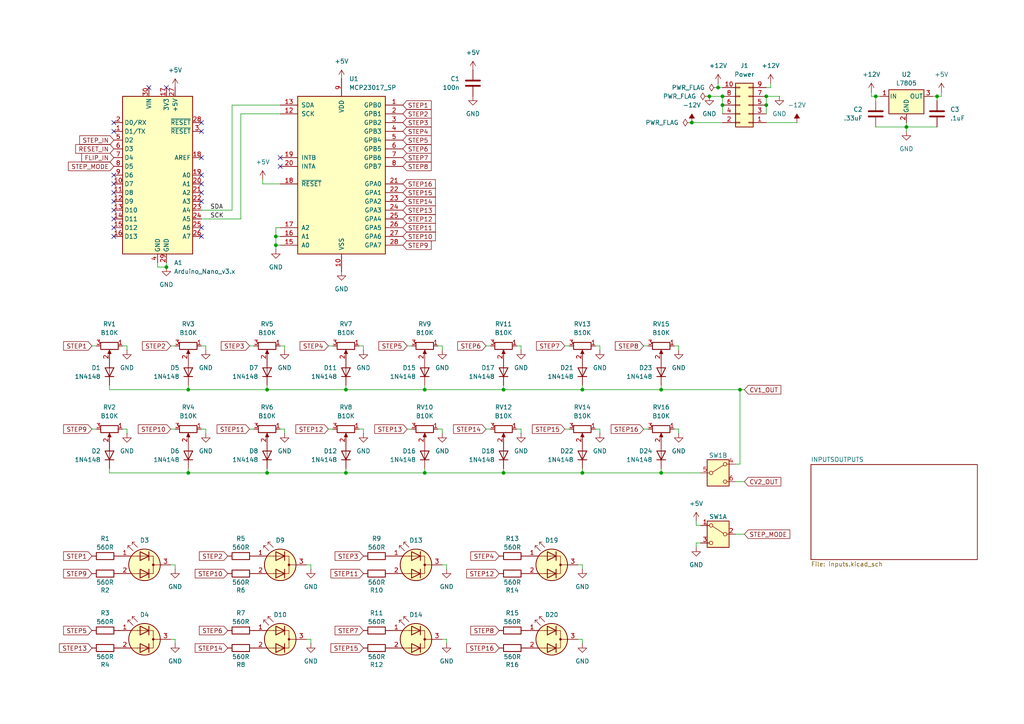
<source format=kicad_sch>
(kicad_sch (version 20231120) (generator "eeschema") (generator_version "8.0")
  (paper "A4")
  (junction (at 54.61 113.03))
  (junction (at 54.61 137.16))
  (junction (at 80.01 71.12))
  (junction (at 48.26 77.47))
  (junction (at 271.78 27.94))
  (junction (at 209.55 30.48))
  (junction (at 222.25 27.94))
  (junction (at 209.55 27.94))
  (junction (at 123.19 137.16))
  (junction (at 191.77 137.16))
  (junction (at 168.91 137.16))
  (junction (at 123.19 113.03))
  (junction (at 146.05 113.03))
  (junction (at 146.05 137.16))
  (junction (at 191.77 113.03))
  (junction (at 208.28 25.4))
  (junction (at 222.25 30.48))
  (junction (at 168.91 113.03))
  (junction (at 205.74 27.94))
  (junction (at 214.63 113.03))
  (junction (at 100.33 113.03))
  (junction (at 77.47 113.03))
  (junction (at 262.89 36.83))
  (junction (at 77.47 137.16))
  (junction (at 254 27.94))
  (junction (at 100.33 137.16))
  (junction (at 80.01 68.58))
  (junction (at 200.66 35.56))
  (no_connect (at 58.42 35.56))
  (no_connect (at 48.26 25.4))
  (no_connect (at 33.02 50.8))
  (no_connect (at 81.28 48.26))
  (no_connect (at 58.42 53.34))
  (no_connect (at 33.02 60.96))
  (no_connect (at 43.18 25.4))
  (no_connect (at 58.42 50.8))
  (no_connect (at 33.02 68.58))
  (no_connect (at 58.42 45.72))
  (no_connect (at 58.42 68.58))
  (no_connect (at 33.02 35.56))
  (no_connect (at 58.42 38.1))
  (no_connect (at 33.02 38.1))
  (no_connect (at 58.42 66.04))
  (no_connect (at 58.42 55.88))
  (no_connect (at 58.42 58.42))
  (no_connect (at 33.02 63.5))
  (no_connect (at 33.02 55.88))
  (no_connect (at 33.02 53.34))
  (no_connect (at 33.02 58.42))
  (no_connect (at 33.02 66.04))
  (no_connect (at 81.28 45.72))
  (wire (pts (xy 127 100.33) (xy 128.27 100.33)))
  (wire (pts (xy 163.83 124.46) (xy 165.1 124.46)))
  (wire (pts (xy 168.91 135.89) (xy 168.91 137.16)))
  (wire (pts (xy 128.27 185.42) (xy 129.54 185.42)))
  (wire (pts (xy 81.28 66.04) (xy 80.01 66.04)))
  (wire (pts (xy 123.19 135.89) (xy 123.19 137.16)))
  (wire (pts (xy 273.05 27.94) (xy 273.05 26.67)))
  (wire (pts (xy 123.19 137.16) (xy 146.05 137.16)))
  (wire (pts (xy 80.01 68.58) (xy 80.01 71.12)))
  (wire (pts (xy 123.19 113.03) (xy 146.05 113.03)))
  (wire (pts (xy 67.31 60.96) (xy 67.31 30.48)))
  (wire (pts (xy 168.91 185.42) (xy 168.91 186.69)))
  (wire (pts (xy 31.75 135.89) (xy 31.75 137.16)))
  (wire (pts (xy 140.97 124.46) (xy 142.24 124.46)))
  (wire (pts (xy 222.25 27.94) (xy 222.25 30.48)))
  (wire (pts (xy 69.85 63.5) (xy 69.85 33.02)))
  (wire (pts (xy 172.72 100.33) (xy 173.99 100.33)))
  (wire (pts (xy 213.36 154.94) (xy 215.9 154.94)))
  (wire (pts (xy 167.64 185.42) (xy 168.91 185.42)))
  (wire (pts (xy 146.05 135.89) (xy 146.05 137.16)))
  (wire (pts (xy 213.36 134.62) (xy 214.63 134.62)))
  (wire (pts (xy 104.14 100.33) (xy 105.41 100.33)))
  (wire (pts (xy 31.75 113.03) (xy 54.61 113.03)))
  (wire (pts (xy 168.91 137.16) (xy 191.77 137.16)))
  (wire (pts (xy 173.99 100.33) (xy 173.99 101.6)))
  (wire (pts (xy 105.41 100.33) (xy 105.41 101.6)))
  (wire (pts (xy 203.2 152.4) (xy 201.93 152.4)))
  (wire (pts (xy 173.99 124.46) (xy 173.99 125.73)))
  (wire (pts (xy 191.77 135.89) (xy 191.77 137.16)))
  (wire (pts (xy 191.77 111.76) (xy 191.77 113.03)))
  (wire (pts (xy 80.01 66.04) (xy 80.01 68.58)))
  (wire (pts (xy 81.28 71.12) (xy 80.01 71.12)))
  (wire (pts (xy 49.53 124.46) (xy 50.8 124.46)))
  (wire (pts (xy 45.72 77.47) (xy 45.72 76.2)))
  (wire (pts (xy 77.47 137.16) (xy 100.33 137.16)))
  (wire (pts (xy 58.42 124.46) (xy 59.69 124.46)))
  (wire (pts (xy 129.54 163.83) (xy 129.54 165.1)))
  (wire (pts (xy 195.58 100.33) (xy 196.85 100.33)))
  (wire (pts (xy 31.75 111.76) (xy 31.75 113.03)))
  (wire (pts (xy 104.14 124.46) (xy 105.41 124.46)))
  (wire (pts (xy 54.61 111.76) (xy 54.61 113.03)))
  (wire (pts (xy 163.83 100.33) (xy 165.1 100.33)))
  (wire (pts (xy 127 124.46) (xy 128.27 124.46)))
  (wire (pts (xy 88.9 163.83) (xy 90.17 163.83)))
  (wire (pts (xy 123.19 111.76) (xy 123.19 113.03)))
  (wire (pts (xy 49.53 163.83) (xy 50.8 163.83)))
  (wire (pts (xy 146.05 137.16) (xy 168.91 137.16)))
  (wire (pts (xy 254 27.94) (xy 252.73 27.94)))
  (wire (pts (xy 195.58 124.46) (xy 196.85 124.46)))
  (wire (pts (xy 168.91 163.83) (xy 168.91 165.1)))
  (wire (pts (xy 105.41 124.46) (xy 105.41 125.73)))
  (wire (pts (xy 81.28 124.46) (xy 82.55 124.46)))
  (wire (pts (xy 262.89 36.83) (xy 262.89 35.56)))
  (wire (pts (xy 128.27 124.46) (xy 128.27 125.73)))
  (wire (pts (xy 146.05 111.76) (xy 146.05 113.03)))
  (wire (pts (xy 26.67 124.46) (xy 27.94 124.46)))
  (wire (pts (xy 208.28 25.4) (xy 208.28 24.13)))
  (wire (pts (xy 76.2 53.34) (xy 76.2 52.07)))
  (wire (pts (xy 128.27 100.33) (xy 128.27 101.6)))
  (wire (pts (xy 118.11 100.33) (xy 119.38 100.33)))
  (wire (pts (xy 72.39 100.33) (xy 73.66 100.33)))
  (wire (pts (xy 129.54 185.42) (xy 129.54 186.69)))
  (wire (pts (xy 223.52 25.4) (xy 223.52 24.13)))
  (wire (pts (xy 49.53 100.33) (xy 50.8 100.33)))
  (wire (pts (xy 81.28 100.33) (xy 82.55 100.33)))
  (wire (pts (xy 149.86 124.46) (xy 151.13 124.46)))
  (wire (pts (xy 191.77 113.03) (xy 214.63 113.03)))
  (wire (pts (xy 262.89 36.83) (xy 262.89 38.1)))
  (wire (pts (xy 54.61 137.16) (xy 77.47 137.16)))
  (wire (pts (xy 36.83 100.33) (xy 36.83 101.6)))
  (wire (pts (xy 214.63 134.62) (xy 214.63 113.03)))
  (wire (pts (xy 26.67 100.33) (xy 27.94 100.33)))
  (wire (pts (xy 50.8 163.83) (xy 50.8 165.1)))
  (wire (pts (xy 100.33 111.76) (xy 100.33 113.03)))
  (wire (pts (xy 35.56 100.33) (xy 36.83 100.33)))
  (wire (pts (xy 31.75 137.16) (xy 54.61 137.16)))
  (wire (pts (xy 172.72 124.46) (xy 173.99 124.46)))
  (wire (pts (xy 118.11 124.46) (xy 119.38 124.46)))
  (wire (pts (xy 213.36 139.7) (xy 215.9 139.7)))
  (wire (pts (xy 100.33 113.03) (xy 123.19 113.03)))
  (wire (pts (xy 146.05 113.03) (xy 168.91 113.03)))
  (wire (pts (xy 58.42 100.33) (xy 59.69 100.33)))
  (wire (pts (xy 54.61 135.89) (xy 54.61 137.16)))
  (wire (pts (xy 186.69 100.33) (xy 187.96 100.33)))
  (wire (pts (xy 88.9 185.42) (xy 90.17 185.42)))
  (wire (pts (xy 186.69 124.46) (xy 187.96 124.46)))
  (wire (pts (xy 255.27 27.94) (xy 254 27.94)))
  (wire (pts (xy 140.97 100.33) (xy 142.24 100.33)))
  (wire (pts (xy 59.69 100.33) (xy 59.69 101.6)))
  (wire (pts (xy 271.78 27.94) (xy 273.05 27.94)))
  (wire (pts (xy 69.85 33.02) (xy 81.28 33.02)))
  (wire (pts (xy 58.42 60.96) (xy 67.31 60.96)))
  (wire (pts (xy 48.26 77.47) (xy 45.72 77.47)))
  (wire (pts (xy 209.55 27.94) (xy 209.55 30.48)))
  (wire (pts (xy 81.28 68.58) (xy 80.01 68.58)))
  (wire (pts (xy 191.77 137.16) (xy 203.2 137.16)))
  (wire (pts (xy 59.69 124.46) (xy 59.69 125.73)))
  (wire (pts (xy 209.55 35.56) (xy 200.66 35.56)))
  (wire (pts (xy 209.55 27.94) (xy 205.74 27.94)))
  (wire (pts (xy 95.25 100.33) (xy 96.52 100.33)))
  (wire (pts (xy 50.8 185.42) (xy 50.8 186.69)))
  (wire (pts (xy 222.25 25.4) (xy 223.52 25.4)))
  (wire (pts (xy 151.13 100.33) (xy 151.13 101.6)))
  (wire (pts (xy 254 36.83) (xy 262.89 36.83)))
  (wire (pts (xy 203.2 157.48) (xy 201.93 157.48)))
  (wire (pts (xy 81.28 53.34) (xy 76.2 53.34)))
  (wire (pts (xy 77.47 135.89) (xy 77.47 137.16)))
  (wire (pts (xy 82.55 124.46) (xy 82.55 125.73)))
  (wire (pts (xy 214.63 113.03) (xy 215.9 113.03)))
  (wire (pts (xy 100.33 137.16) (xy 123.19 137.16)))
  (wire (pts (xy 128.27 163.83) (xy 129.54 163.83)))
  (wire (pts (xy 271.78 27.94) (xy 271.78 29.21)))
  (wire (pts (xy 209.55 25.4) (xy 208.28 25.4)))
  (wire (pts (xy 95.25 124.46) (xy 96.52 124.46)))
  (wire (pts (xy 168.91 113.03) (xy 191.77 113.03)))
  (wire (pts (xy 167.64 163.83) (xy 168.91 163.83)))
  (wire (pts (xy 54.61 113.03) (xy 77.47 113.03)))
  (wire (pts (xy 100.33 135.89) (xy 100.33 137.16)))
  (wire (pts (xy 80.01 71.12) (xy 80.01 72.39)))
  (wire (pts (xy 252.73 27.94) (xy 252.73 26.67)))
  (wire (pts (xy 49.53 185.42) (xy 50.8 185.42)))
  (wire (pts (xy 67.31 30.48) (xy 81.28 30.48)))
  (wire (pts (xy 90.17 185.42) (xy 90.17 186.69)))
  (wire (pts (xy 58.42 63.5) (xy 69.85 63.5)))
  (wire (pts (xy 196.85 124.46) (xy 196.85 125.73)))
  (wire (pts (xy 209.55 30.48) (xy 209.55 33.02)))
  (wire (pts (xy 72.39 124.46) (xy 73.66 124.46)))
  (wire (pts (xy 201.93 157.48) (xy 201.93 158.75)))
  (wire (pts (xy 151.13 124.46) (xy 151.13 125.73)))
  (wire (pts (xy 77.47 113.03) (xy 100.33 113.03)))
  (wire (pts (xy 222.25 35.56) (xy 231.14 35.56)))
  (wire (pts (xy 196.85 100.33) (xy 196.85 101.6)))
  (wire (pts (xy 222.25 30.48) (xy 222.25 33.02)))
  (wire (pts (xy 222.25 27.94) (xy 226.06 27.94)))
  (wire (pts (xy 201.93 152.4) (xy 201.93 151.13)))
  (wire (pts (xy 149.86 100.33) (xy 151.13 100.33)))
  (wire (pts (xy 82.55 100.33) (xy 82.55 101.6)))
  (wire (pts (xy 35.56 124.46) (xy 36.83 124.46)))
  (wire (pts (xy 270.51 27.94) (xy 271.78 27.94)))
  (wire (pts (xy 48.26 76.2) (xy 48.26 77.47)))
  (wire (pts (xy 77.47 111.76) (xy 77.47 113.03)))
  (wire (pts (xy 168.91 111.76) (xy 168.91 113.03)))
  (wire (pts (xy 254 27.94) (xy 254 29.21)))
  (wire (pts (xy 90.17 163.83) (xy 90.17 165.1)))
  (wire (pts (xy 36.83 124.46) (xy 36.83 125.73)))
  (wire (pts (xy 271.78 36.83) (xy 262.89 36.83)))
  (label "SDA" (at 60.96 60.96 0))
  (label "SCK" (at 60.96 63.5 0))
  (global_label "STEP4" (shape input) (at 144.78 161.29 180) (property "Intersheetrefs" "${INTERSHEET_REFS}" (effects (hide yes))))
  (global_label "STEP7" (shape input) (at 105.41 182.88 180) (property "Intersheetrefs" "${INTERSHEET_REFS}" (effects (hide yes))))
  (global_label "STEP8" (shape input) (at 116.84 48.26 0) (property "Intersheetrefs" "${INTERSHEET_REFS}" (effects (hide yes))))
  (global_label "CV1_OUT" (shape input) (at 215.9 113.03 0) (property "Intersheetrefs" "${INTERSHEET_REFS}" (effects (hide yes))))
  (global_label "STEP13" (shape input) (at 118.11 124.46 180) (property "Intersheetrefs" "${INTERSHEET_REFS}" (effects (hide yes))))
  (global_label "STEP6" (shape input) (at 140.97 100.33 180) (property "Intersheetrefs" "${INTERSHEET_REFS}" (effects (hide yes))))
  (global_label "STEP4" (shape input) (at 116.84 38.1 0) (property "Intersheetrefs" "${INTERSHEET_REFS}" (effects (hide yes))))
  (global_label "STEP3" (shape input) (at 116.84 35.56 0) (property "Intersheetrefs" "${INTERSHEET_REFS}" (effects (hide yes))))
  (global_label "STEP6" (shape input) (at 66.04 182.88 180) (property "Intersheetrefs" "${INTERSHEET_REFS}" (effects (hide yes))))
  (global_label "STEP11" (shape input) (at 72.39 124.46 180) (property "Intersheetrefs" "${INTERSHEET_REFS}" (effects (hide yes))))
  (global_label "STEP9" (shape input) (at 26.67 124.46 180) (property "Intersheetrefs" "${INTERSHEET_REFS}" (effects (hide yes))))
  (global_label "STEP14" (shape input) (at 140.97 124.46 180) (property "Intersheetrefs" "${INTERSHEET_REFS}" (effects (hide yes))))
  (global_label "STEP4" (shape input) (at 95.25 100.33 180) (property "Intersheetrefs" "${INTERSHEET_REFS}" (effects (hide yes))))
  (global_label "STEP15" (shape input) (at 163.83 124.46 180) (property "Intersheetrefs" "${INTERSHEET_REFS}" (effects (hide yes))))
  (global_label "STEP3" (shape input) (at 105.41 161.29 180) (property "Intersheetrefs" "${INTERSHEET_REFS}" (effects (hide yes))))
  (global_label "STEP13" (shape input) (at 26.67 187.96 180) (property "Intersheetrefs" "${INTERSHEET_REFS}" (effects (hide yes))))
  (global_label "STEP5" (shape input) (at 116.84 40.64 0) (property "Intersheetrefs" "${INTERSHEET_REFS}" (effects (hide yes))))
  (global_label "STEP14" (shape input) (at 66.04 187.96 180) (property "Intersheetrefs" "${INTERSHEET_REFS}" (effects (hide yes))))
  (global_label "STEP8" (shape input) (at 186.69 100.33 180) (property "Intersheetrefs" "${INTERSHEET_REFS}" (effects (hide yes))))
  (global_label "STEP16" (shape input) (at 144.78 187.96 180) (property "Intersheetrefs" "${INTERSHEET_REFS}" (effects (hide yes))))
  (global_label "STEP13" (shape input) (at 116.84 60.96 0) (property "Intersheetrefs" "${INTERSHEET_REFS}" (effects (hide yes))))
  (global_label "STEP9" (shape input) (at 26.67 166.37 180) (property "Intersheetrefs" "${INTERSHEET_REFS}" (effects (hide yes))))
  (global_label "STEP9" (shape input) (at 116.84 71.12 0) (property "Intersheetrefs" "${INTERSHEET_REFS}" (effects (hide yes))))
  (global_label "STEP15" (shape input) (at 105.41 187.96 180) (property "Intersheetrefs" "${INTERSHEET_REFS}" (effects (hide yes))))
  (global_label "STEP10" (shape input) (at 116.84 68.58 0) (property "Intersheetrefs" "${INTERSHEET_REFS}" (effects (hide yes))))
  (global_label "STEP1" (shape input) (at 26.67 100.33 180) (property "Intersheetrefs" "${INTERSHEET_REFS}" (effects (hide yes))))
  (global_label "FLIP_IN" (shape input) (at 33.02 45.72 180) (property "Intersheetrefs" "${INTERSHEET_REFS}" (effects (hide yes))))
  (global_label "STEP3" (shape input) (at 72.39 100.33 180) (property "Intersheetrefs" "${INTERSHEET_REFS}" (effects (hide yes))))
  (global_label "STEP6" (shape input) (at 116.84 43.18 0) (property "Intersheetrefs" "${INTERSHEET_REFS}" (effects (hide yes))))
  (global_label "STEP5" (shape input) (at 26.67 182.88 180) (property "Intersheetrefs" "${INTERSHEET_REFS}" (effects (hide yes))))
  (global_label "STEP12" (shape input) (at 95.25 124.46 180) (property "Intersheetrefs" "${INTERSHEET_REFS}" (effects (hide yes))))
  (global_label "STEP10" (shape input) (at 49.53 124.46 180) (property "Intersheetrefs" "${INTERSHEET_REFS}" (effects (hide yes))))
  (global_label "STEP_MODE" (shape input) (at 215.9 154.94 0) (property "Intersheetrefs" "${INTERSHEET_REFS}" (effects (hide yes))))
  (global_label "STEP2" (shape input) (at 66.04 161.29 180) (property "Intersheetrefs" "${INTERSHEET_REFS}" (effects (hide yes))))
  (global_label "STEP11" (shape input) (at 105.41 166.37 180) (property "Intersheetrefs" "${INTERSHEET_REFS}" (effects (hide yes))))
  (global_label "STEP16" (shape input) (at 186.69 124.46 180) (property "Intersheetrefs" "${INTERSHEET_REFS}" (effects (hide yes))))
  (global_label "STEP14" (shape input) (at 116.84 58.42 0) (property "Intersheetrefs" "${INTERSHEET_REFS}" (effects (hide yes))))
  (global_label "STEP7" (shape input) (at 116.84 45.72 0) (property "Intersheetrefs" "${INTERSHEET_REFS}" (effects (hide yes))))
  (global_label "STEP5" (shape input) (at 118.11 100.33 180) (property "Intersheetrefs" "${INTERSHEET_REFS}" (effects (hide yes))))
  (global_label "RESET_IN" (shape input) (at 33.02 43.18 180) (property "Intersheetrefs" "${INTERSHEET_REFS}" (effects (hide yes))))
  (global_label "STEP7" (shape input) (at 163.83 100.33 180) (property "Intersheetrefs" "${INTERSHEET_REFS}" (effects (hide yes))))
  (global_label "STEP_MODE" (shape input) (at 33.02 48.26 180) (property "Intersheetrefs" "${INTERSHEET_REFS}" (effects (hide yes))))
  (global_label "STEP2" (shape input) (at 49.53 100.33 180) (property "Intersheetrefs" "${INTERSHEET_REFS}" (effects (hide yes))))
  (global_label "STEP11" (shape input) (at 116.84 66.04 0) (property "Intersheetrefs" "${INTERSHEET_REFS}" (effects (hide yes))))
  (global_label "STEP12" (shape input) (at 144.78 166.37 180) (property "Intersheetrefs" "${INTERSHEET_REFS}" (effects (hide yes))))
  (global_label "CV2_OUT" (shape input) (at 215.9 139.7 0) (property "Intersheetrefs" "${INTERSHEET_REFS}" (effects (hide yes))))
  (global_label "STEP10" (shape input) (at 66.04 166.37 180) (property "Intersheetrefs" "${INTERSHEET_REFS}" (effects (hide yes))))
  (global_label "STEP_IN" (shape input) (at 33.02 40.64 180) (property "Intersheetrefs" "${INTERSHEET_REFS}" (effects (hide yes))))
  (global_label "STEP16" (shape input) (at 116.84 53.34 0) (property "Intersheetrefs" "${INTERSHEET_REFS}" (effects (hide yes))))
  (global_label "STEP8" (shape input) (at 144.78 182.88 180) (property "Intersheetrefs" "${INTERSHEET_REFS}" (effects (hide yes))))
  (global_label "STEP1" (shape input) (at 26.67 161.29 180) (property "Intersheetrefs" "${INTERSHEET_REFS}" (effects (hide yes))))
  (global_label "STEP15" (shape input) (at 116.84 55.88 0) (property "Intersheetrefs" "${INTERSHEET_REFS}" (effects (hide yes))))
  (global_label "STEP12" (shape input) (at 116.84 63.5 0) (property "Intersheetrefs" "${INTERSHEET_REFS}" (effects (hide yes))))
  (global_label "STEP2" (shape input) (at 116.84 33.02 0) (property "Intersheetrefs" "${INTERSHEET_REFS}" (effects (hide yes))))
  (global_label "STEP1" (shape input) (at 116.84 30.48 0) (property "Intersheetrefs" "${INTERSHEET_REFS}" (effects (hide yes))))
  (symbol (lib_id "power:GND") (at 90.17 165.1 0) (unit 1)
    (property "Reference" "#PWR013" (effects (hide yes)))
    (property "Value" "GND" (at 90.17 170.18 0))
    (property "Description" "Power symbol creates a global label with name \"GND\" , ground" (effects (hide yes)))
  )
  (symbol (lib_id "Device:R") (at 30.48 182.88 90) (unit 1)
    (property "Reference" "R3" (at 30.48 177.8 90))
    (property "Value" "560R" (at 30.48 180.34 90))
    (property "Footprint" "Resistor_THT:R_Axial_DIN0207_L6.3mm_D2.5mm_P2.54mm_Vertical" (effects (hide yes)))
    (property "Description" "Resistor" (effects (hide yes)))
  )
  (symbol (lib_id "power:PWR_FLAG") (at 200.66 35.56 90) (unit 1)
    (property "Reference" "#FLG01" (effects (hide yes)))
    (property "Value" "PWR_FLAG" (at 196.85 35.5599 90) (effects (justify left)))
    (property "Description" "Special symbol for telling ERC where power comes from" (effects (hide yes)))
  )
  (symbol (lib_id "Device:R") (at 69.85 187.96 90) (unit 1)
    (property "Reference" "R8" (at 69.85 192.786 90))
    (property "Value" "560R" (at 69.85 190.5 90))
    (property "Footprint" "Resistor_THT:R_Axial_DIN0207_L6.3mm_D2.5mm_P2.54mm_Vertical" (effects (hide yes)))
    (property "Description" "Resistor" (effects (hide yes)))
  )
  (symbol (lib_id "Device:R") (at 30.48 161.29 90) (unit 1)
    (property "Reference" "R1" (at 30.48 156.21 90))
    (property "Value" "560R" (at 30.48 158.75 90))
    (property "Footprint" "Resistor_THT:R_Axial_DIN0207_L6.3mm_D2.5mm_P2.54mm_Vertical" (effects (hide yes)))
    (property "Description" "Resistor" (effects (hide yes)))
  )
  (symbol (lib_id "power:GND") (at 50.8 165.1 0) (unit 1)
    (property "Reference" "#PWR05" (effects (hide yes)))
    (property "Value" "GND" (at 50.8 170.18 0))
    (property "Description" "Power symbol creates a global label with name \"GND\" , ground" (effects (hide yes)))
  )
  (symbol (lib_id "power:+5V") (at 201.93 151.13 0) (unit 1)
    (property "Reference" "#PWR034" (effects (hide yes)))
    (property "Value" "+5V" (at 201.93 146.05 0))
    (property "Description" "Power symbol creates a global label with name \"+5V\"" (effects (hide yes)))
  )
  (symbol (lib_id "power:GND") (at 168.91 165.1 0) (unit 1)
    (property "Reference" "#PWR027" (effects (hide yes)))
    (property "Value" "GND" (at 168.91 170.18 0))
    (property "Description" "Power symbol creates a global label with name \"GND\" , ground" (effects (hide yes)))
  )
  (symbol (lib_id "Diode:1N4148") (at 146.05 132.08 270) (mirror x) (unit 1)
    (property "Reference" "D18" (at 143.51 130.8099 90) (effects (justify right)))
    (property "Value" "1N4148" (at 143.51 133.3499 90) (effects (justify right)))
    (property "Footprint" "Diode_THT:D_DO-35_SOD27_P7.62mm_Horizontal" (effects (hide yes)))
    (property "Datasheet" "https://assets.nexperia.com/documents/data-sheet/1N4148_1N4448.pdf" (effects (hide yes)))
    (property "Description" "100V 0.15A standard switching diode, DO-35" (effects (hide yes)))
    (property "Sim.Device" "D" (effects (hide yes)))
    (property "Sim.Pins" "1=K 2=A" (effects (hide yes)))
  )
  (symbol (lib_id "Device:C") (at 271.78 33.02 0) (unit 1)
    (property "Reference" "C3" (at 275.59 31.7499 0) (effects (justify left)))
    (property "Value" ".1uF" (at 275.59 34.2899 0) (effects (justify left)))
    (property "Footprint" "Capacitor_THT:C_Disc_D4.7mm_W2.5mm_P5.00mm" (effects (hide yes)))
    (property "Description" "Unpolarized capacitor" (effects (hide yes)))
  )
  (symbol (lib_id "Diode:1N4148") (at 77.47 132.08 270) (mirror x) (unit 1)
    (property "Reference" "D8" (at 74.93 130.8099 90) (effects (justify right)))
    (property "Value" "1N4148" (at 74.93 133.3499 90) (effects (justify right)))
    (property "Footprint" "Diode_THT:D_DO-35_SOD27_P7.62mm_Horizontal" (effects (hide yes)))
    (property "Datasheet" "https://assets.nexperia.com/documents/data-sheet/1N4148_1N4448.pdf" (effects (hide yes)))
    (property "Description" "100V 0.15A standard switching diode, DO-35" (effects (hide yes)))
    (property "Sim.Device" "D" (effects (hide yes)))
    (property "Sim.Pins" "1=K 2=A" (effects (hide yes)))
  )
  (symbol (lib_id "power:GND") (at 205.74 27.94 0) (unit 1)
    (property "Reference" "#PWR036" (effects (hide yes)))
    (property "Value" "GND" (at 205.74 33.02 0))
    (property "Description" "Power symbol creates a global label with name \"GND\" , ground" (effects (hide yes)))
  )
  (symbol (lib_id "power:PWR_FLAG") (at 208.28 25.4 90) (unit 1)
    (property "Reference" "#FLG03" (effects (hide yes)))
    (property "Value" "PWR_FLAG" (at 204.47 25.3999 90) (effects (justify left)))
    (property "Description" "Special symbol for telling ERC where power comes from" (effects (hide yes)))
  )
  (symbol (lib_id "Diode:1N4148") (at 31.75 132.08 270) (mirror x) (unit 1)
    (property "Reference" "D2" (at 29.21 130.8099 90) (effects (justify right)))
    (property "Value" "1N4148" (at 29.21 133.3499 90) (effects (justify right)))
    (property "Footprint" "Diode_THT:D_DO-35_SOD27_P7.62mm_Horizontal" (effects (hide yes)))
    (property "Datasheet" "https://assets.nexperia.com/documents/data-sheet/1N4148_1N4448.pdf" (effects (hide yes)))
    (property "Description" "100V 0.15A standard switching diode, DO-35" (effects (hide yes)))
    (property "Sim.Device" "D" (effects (hide yes)))
    (property "Sim.Pins" "1=K 2=A" (effects (hide yes)))
  )
  (symbol (lib_id "Device:C") (at 254 33.02 0) (mirror y) (unit 1)
    (property "Reference" "C2" (at 250.19 31.7499 0) (effects (justify left)))
    (property "Value" ".33uF" (at 250.19 34.2899 0) (effects (justify left)))
    (property "Footprint" "Capacitor_THT:C_Disc_D4.7mm_W2.5mm_P5.00mm" (effects (hide yes)))
    (property "Description" "Unpolarized capacitor" (effects (hide yes)))
  )
  (symbol (lib_id "power:GND") (at 168.91 186.69 0) (unit 1)
    (property "Reference" "#PWR028" (effects (hide yes)))
    (property "Value" "GND" (at 168.91 191.77 0))
    (property "Description" "Power symbol creates a global label with name \"GND\" , ground" (effects (hide yes)))
  )
  (symbol (lib_id "Device:R_Potentiometer") (at 77.47 124.46 270) (unit 1)
    (property "Reference" "RV6" (at 77.47 118.11 90))
    (property "Value" "B10K" (at 77.47 120.65 90))
    (property "Footprint" "Potentiometer_THT:Potentiometer_Bourns_PTV09A-1_Single_Vertical" (effects (hide yes)))
    (property "Description" "Potentiometer" (effects (hide yes)))
  )
  (symbol (lib_id "Device:R_Potentiometer") (at 191.77 100.33 270) (unit 1)
    (property "Reference" "RV15" (at 191.77 93.98 90))
    (property "Value" "B10K" (at 191.77 96.52 90))
    (property "Footprint" "Potentiometer_THT:Potentiometer_Bourns_PTV09A-1_Single_Vertical" (effects (hide yes)))
    (property "Description" "Potentiometer" (effects (hide yes)))
  )
  (symbol (lib_id "power:PWR_FLAG") (at 205.74 27.94 90) (unit 1)
    (property "Reference" "#FLG02" (effects (hide yes)))
    (property "Value" "PWR_FLAG" (at 201.93 27.9399 90) (effects (justify left)))
    (property "Description" "Special symbol for telling ERC where power comes from" (effects (hide yes)))
  )
  (symbol (lib_id "Device:LED_Dual_AAK") (at 120.65 163.83 0) (mirror y) (unit 1)
    (property "Reference" "D13" (at 120.65 156.718 0))
    (property "Value" "LED_Dual_AAK" (effects (hide yes)))
    (property "Footprint" "LED_THT:LED_D5.0mm-3" (effects (hide yes)))
    (property "Description" "Dual LED, common cathode on pin 3" (effects (hide yes)))
  )
  (symbol (lib_id "Device:R_Potentiometer") (at 100.33 124.46 270) (unit 1)
    (property "Reference" "RV8" (at 100.33 118.11 90))
    (property "Value" "B10K" (at 100.33 120.65 90))
    (property "Footprint" "Potentiometer_THT:Potentiometer_Bourns_PTV09A-1_Single_Vertical" (effects (hide yes)))
    (property "Description" "Potentiometer" (effects (hide yes)))
  )
  (symbol (lib_id "Device:R_Potentiometer") (at 168.91 100.33 270) (unit 1)
    (property "Reference" "RV13" (at 168.91 93.98 90))
    (property "Value" "B10K" (at 168.91 96.52 90))
    (property "Footprint" "Potentiometer_THT:Potentiometer_Bourns_PTV09A-1_Single_Vertical" (effects (hide yes)))
    (property "Description" "Potentiometer" (effects (hide yes)))
  )
  (symbol (lib_id "power:-12V") (at 200.66 35.56 0) (unit 1)
    (property "Reference" "#PWR033" (effects (hide yes)))
    (property "Value" "-12V" (at 200.66 30.48 0))
    (property "Description" "Power symbol creates a global label with name \"-12V\"" (effects (hide yes)))
  )
  (symbol (lib_id "Regulator_Linear:L7805") (at 262.89 27.94 0) (unit 1)
    (property "Reference" "U2" (at 262.89 21.59 0))
    (property "Value" "L7805" (at 262.89 24.13 0))
    (property "Footprint" "Package_TO_SOT_THT:TO-220-3_Vertical" (effects (hide yes)))
    (property "Datasheet" "http://www.st.com/content/ccc/resource/technical/document/datasheet/41/4f/b3/b0/12/d4/47/88/CD00000444.pdf/files/CD00000444.pdf/jcr:content/translations/en.CD00000444.pdf" (effects (hide yes)))
    (property "Description" "Positive 1.5A 35V Linear Regulator, Fixed Output 5V, TO-220/TO-263/TO-252" (effects (hide yes)))
  )
  (symbol (lib_id "power:GND") (at 151.13 125.73 0) (unit 1)
    (property "Reference" "#PWR026" (effects (hide yes)))
    (property "Value" "GND" (at 151.13 130.81 0))
    (property "Description" "Power symbol creates a global label with name \"GND\" , ground" (effects (hide yes)))
  )
  (symbol (lib_id "Diode:1N4148") (at 146.05 107.95 270) (mirror x) (unit 1)
    (property "Reference" "D17" (at 143.51 106.6799 90) (effects (justify right)))
    (property "Value" "1N4148" (at 143.51 109.2199 90) (effects (justify right)))
    (property "Footprint" "Diode_THT:D_DO-35_SOD27_P7.62mm_Horizontal" (effects (hide yes)))
    (property "Datasheet" "https://assets.nexperia.com/documents/data-sheet/1N4148_1N4448.pdf" (effects (hide yes)))
    (property "Description" "100V 0.15A standard switching diode, DO-35" (effects (hide yes)))
    (property "Sim.Device" "D" (effects (hide yes)))
    (property "Sim.Pins" "1=K 2=A" (effects (hide yes)))
  )
  (symbol (lib_id "Diode:1N4148") (at 191.77 132.08 270) (mirror x) (unit 1)
    (property "Reference" "D24" (at 189.23 130.8099 90) (effects (justify right)))
    (property "Value" "1N4148" (at 189.23 133.3499 90) (effects (justify right)))
    (property "Footprint" "Diode_THT:D_DO-35_SOD27_P7.62mm_Horizontal" (effects (hide yes)))
    (property "Datasheet" "https://assets.nexperia.com/documents/data-sheet/1N4148_1N4448.pdf" (effects (hide yes)))
    (property "Description" "100V 0.15A standard switching diode, DO-35" (effects (hide yes)))
    (property "Sim.Device" "D" (effects (hide yes)))
    (property "Sim.Pins" "1=K 2=A" (effects (hide yes)))
  )
  (symbol (lib_id "Device:R") (at 109.22 161.29 90) (unit 1)
    (property "Reference" "R9" (at 109.22 156.21 90))
    (property "Value" "560R" (at 109.22 158.75 90))
    (property "Footprint" "Resistor_THT:R_Axial_DIN0207_L6.3mm_D2.5mm_P2.54mm_Vertical" (effects (hide yes)))
    (property "Description" "Resistor" (effects (hide yes)))
  )
  (symbol (lib_id "Device:R") (at 148.59 161.29 90) (unit 1)
    (property "Reference" "R13" (at 148.59 156.21 90))
    (property "Value" "560R" (at 148.59 158.75 90))
    (property "Footprint" "Resistor_THT:R_Axial_DIN0207_L6.3mm_D2.5mm_P2.54mm_Vertical" (effects (hide yes)))
    (property "Description" "Resistor" (effects (hide yes)))
  )
  (symbol (lib_id "Diode:1N4148") (at 77.47 107.95 270) (mirror x) (unit 1)
    (property "Reference" "D7" (at 74.93 106.6799 90) (effects (justify right)))
    (property "Value" "1N4148" (at 74.93 109.2199 90) (effects (justify right)))
    (property "Footprint" "Diode_THT:D_DO-35_SOD27_P7.62mm_Horizontal" (effects (hide yes)))
    (property "Datasheet" "https://assets.nexperia.com/documents/data-sheet/1N4148_1N4448.pdf" (effects (hide yes)))
    (property "Description" "100V 0.15A standard switching diode, DO-35" (effects (hide yes)))
    (property "Sim.Device" "D" (effects (hide yes)))
    (property "Sim.Pins" "1=K 2=A" (effects (hide yes)))
  )
  (symbol (lib_id "MCU_Module:Arduino_Nano_v3.x") (at 45.72 50.8 0) (unit 1)
    (property "Reference" "A1" (at 50.4541 76.2 0) (effects (justify left)))
    (property "Value" "Arduino_Nano_v3.x" (at 50.4541 78.74 0) (effects (justify left)))
    (property "Footprint" "Module:Arduino_Nano" (effects (hide yes)))
    (property "Datasheet" "http://www.mouser.com/pdfdocs/Gravitech_Arduino_Nano3_0.pdf" (effects (hide yes)))
    (property "Description" "Arduino Nano v3.x" (effects (hide yes)))
  )
  (symbol (lib_id "power:GND") (at 137.16 27.94 0) (unit 1)
    (property "Reference" "#PWR024" (effects (hide yes)))
    (property "Value" "GND" (at 137.16 33.02 0))
    (property "Description" "Power symbol creates a global label with name \"GND\" , ground" (effects (hide yes)))
  )
  (symbol (lib_id "power:GND") (at 48.26 77.47 0) (unit 1)
    (property "Reference" "#PWR03" (effects (hide yes)))
    (property "Value" "GND" (at 48.26 82.55 0))
    (property "Description" "Power symbol creates a global label with name \"GND\" , ground" (effects (hide yes)))
  )
  (symbol (lib_id "Device:R") (at 148.59 166.37 90) (unit 1)
    (property "Reference" "R14" (at 148.59 171.196 90))
    (property "Value" "560R" (at 148.59 168.91 90))
    (property "Footprint" "Resistor_THT:R_Axial_DIN0207_L6.3mm_D2.5mm_P2.54mm_Vertical" (effects (hide yes)))
    (property "Description" "Resistor" (effects (hide yes)))
  )
  (symbol (lib_id "power:GND") (at 262.89 38.1 0) (unit 1)
    (property "Reference" "#PWR042" (effects (hide yes)))
    (property "Value" "GND" (at 262.89 43.18 0))
    (property "Description" "Power symbol creates a global label with name \"GND\" , ground" (effects (hide yes)))
  )
  (symbol (lib_id "power:-12V") (at 231.14 35.56 0) (unit 1)
    (property "Reference" "#PWR040" (effects (hide yes)))
    (property "Value" "-12V" (at 231.14 30.48 0))
    (property "Description" "Power symbol creates a global label with name \"-12V\"" (effects (hide yes)))
  )
  (symbol (lib_id "power:GND") (at 82.55 125.73 0) (unit 1)
    (property "Reference" "#PWR012" (effects (hide yes)))
    (property "Value" "GND" (at 82.55 130.81 0))
    (property "Description" "Power symbol creates a global label with name \"GND\" , ground" (effects (hide yes)))
  )
  (symbol (lib_id "power:+5V") (at 76.2 52.07 0) (unit 1)
    (property "Reference" "#PWR09" (effects (hide yes)))
    (property "Value" "+5V" (at 76.2 46.99 0))
    (property "Description" "Power symbol creates a global label with name \"+5V\"" (effects (hide yes)))
  )
  (symbol (lib_id "Device:LED_Dual_AAK") (at 120.65 185.42 0) (mirror y) (unit 1)
    (property "Reference" "D14" (at 120.65 178.308 0))
    (property "Value" "LED_Dual_AAK" (effects (hide yes)))
    (property "Footprint" "LED_THT:LED_D5.0mm-3" (effects (hide yes)))
    (property "Description" "Dual LED, common cathode on pin 3" (effects (hide yes)))
  )
  (symbol (lib_id "power:GND") (at 36.83 101.6 0) (unit 1)
    (property "Reference" "#PWR01" (effects (hide yes)))
    (property "Value" "GND" (at 36.83 106.68 0))
    (property "Description" "Power symbol creates a global label with name \"GND\" , ground" (effects (hide yes)))
  )
  (symbol (lib_id "power:GND") (at 129.54 186.69 0) (unit 1)
    (property "Reference" "#PWR022" (effects (hide yes)))
    (property "Value" "GND" (at 129.54 191.77 0))
    (property "Description" "Power symbol creates a global label with name \"GND\" , ground" (effects (hide yes)))
  )
  (symbol (lib_id "Diode:1N4148") (at 123.19 132.08 270) (mirror x) (unit 1)
    (property "Reference" "D16" (at 120.65 130.8099 90) (effects (justify right)))
    (property "Value" "1N4148" (at 120.65 133.3499 90) (effects (justify right)))
    (property "Footprint" "Diode_THT:D_DO-35_SOD27_P7.62mm_Horizontal" (effects (hide yes)))
    (property "Datasheet" "https://assets.nexperia.com/documents/data-sheet/1N4148_1N4448.pdf" (effects (hide yes)))
    (property "Description" "100V 0.15A standard switching diode, DO-35" (effects (hide yes)))
    (property "Sim.Device" "D" (effects (hide yes)))
    (property "Sim.Pins" "1=K 2=A" (effects (hide yes)))
  )
  (symbol (lib_id "power:+12V") (at 208.28 24.13 0) (unit 1)
    (property "Reference" "#PWR037" (effects (hide yes)))
    (property "Value" "+12V" (at 208.28 19.05 0))
    (property "Description" "Power symbol creates a global label with name \"+12V\"" (effects (hide yes)))
  )
  (symbol (lib_id "Switch:SW_DPDT_x2") (at 208.28 137.16 0) (unit 2)
    (property "Reference" "SW1" (at 208.28 132.08 0))
    (property "Value" "SW_8/16" (effects (hide yes)))
    (property "Footprint" "Button_Switch_THT:SW_Push_2P2T_Toggle_CK_PVA2xxH2xxxxxxV2" (effects (hide yes)))
    (property "Description" "Switch, dual pole double throw, separate symbols" (effects (hide yes)))
  )
  (symbol (lib_id "Device:R_Potentiometer") (at 191.77 124.46 270) (unit 1)
    (property "Reference" "RV16" (at 191.77 118.11 90))
    (property "Value" "B10K" (at 191.77 120.65 90))
    (property "Footprint" "Potentiometer_THT:Potentiometer_Bourns_PTV09A-1_Single_Vertical" (effects (hide yes)))
    (property "Description" "Potentiometer" (effects (hide yes)))
  )
  (symbol (lib_id "Device:R") (at 69.85 161.29 90) (unit 1)
    (property "Reference" "R5" (at 69.85 156.21 90))
    (property "Value" "560R" (at 69.85 158.75 90))
    (property "Footprint" "Resistor_THT:R_Axial_DIN0207_L6.3mm_D2.5mm_P2.54mm_Vertical" (effects (hide yes)))
    (property "Description" "Resistor" (effects (hide yes)))
  )
  (symbol (lib_id "Device:R_Potentiometer") (at 77.47 100.33 270) (unit 1)
    (property "Reference" "RV5" (at 77.47 93.98 90))
    (property "Value" "B10K" (at 77.47 96.52 90))
    (property "Footprint" "Potentiometer_THT:Potentiometer_Bourns_PTV09A-1_Single_Vertical" (effects (hide yes)))
    (property "Description" "Potentiometer" (effects (hide yes)))
  )
  (symbol (lib_id "Diode:1N4148") (at 168.91 107.95 270) (mirror x) (unit 1)
    (property "Reference" "D21" (at 166.37 106.6799 90) (effects (justify right)))
    (property "Value" "1N4148" (at 166.37 109.2199 90) (effects (justify right)))
    (property "Footprint" "Diode_THT:D_DO-35_SOD27_P7.62mm_Horizontal" (effects (hide yes)))
    (property "Datasheet" "https://assets.nexperia.com/documents/data-sheet/1N4148_1N4448.pdf" (effects (hide yes)))
    (property "Description" "100V 0.15A standard switching diode, DO-35" (effects (hide yes)))
    (property "Sim.Device" "D" (effects (hide yes)))
    (property "Sim.Pins" "1=K 2=A" (effects (hide yes)))
  )
  (symbol (lib_id "Device:LED_Dual_AAK") (at 81.28 163.83 0) (mirror y) (unit 1)
    (property "Reference" "D9" (at 81.28 156.718 0))
    (property "Value" "LED_Dual_AAK" (effects (hide yes)))
    (property "Footprint" "LED_THT:LED_D5.0mm-3" (effects (hide yes)))
    (property "Description" "Dual LED, common cathode on pin 3" (effects (hide yes)))
  )
  (symbol (lib_id "power:GND") (at 90.17 186.69 0) (unit 1)
    (property "Reference" "#PWR014" (effects (hide yes)))
    (property "Value" "GND" (at 90.17 191.77 0))
    (property "Description" "Power symbol creates a global label with name \"GND\" , ground" (effects (hide yes)))
  )
  (symbol (lib_id "power:GND") (at 105.41 125.73 0) (unit 1)
    (property "Reference" "#PWR018" (effects (hide yes)))
    (property "Value" "GND" (at 105.41 130.81 0))
    (property "Description" "Power symbol creates a global label with name \"GND\" , ground" (effects (hide yes)))
  )
  (symbol (lib_id "Diode:1N4148") (at 100.33 132.08 270) (mirror x) (unit 1)
    (property "Reference" "D12" (at 97.79 130.8099 90) (effects (justify right)))
    (property "Value" "1N4148" (at 97.79 133.3499 90) (effects (justify right)))
    (property "Footprint" "Diode_THT:D_DO-35_SOD27_P7.62mm_Horizontal" (effects (hide yes)))
    (property "Datasheet" "https://assets.nexperia.com/documents/data-sheet/1N4148_1N4448.pdf" (effects (hide yes)))
    (property "Description" "100V 0.15A standard switching diode, DO-35" (effects (hide yes)))
    (property "Sim.Device" "D" (effects (hide yes)))
    (property "Sim.Pins" "1=K 2=A" (effects (hide yes)))
  )
  (symbol (lib_id "power:GND") (at 59.69 101.6 0) (unit 1)
    (property "Reference" "#PWR07" (effects (hide yes)))
    (property "Value" "GND" (at 59.69 106.68 0))
    (property "Description" "Power symbol creates a global label with name \"GND\" , ground" (effects (hide yes)))
  )
  (symbol (lib_id "power:GND") (at 99.06 78.74 0) (unit 1)
    (property "Reference" "#PWR016" (effects (hide yes)))
    (property "Value" "GND" (at 99.06 83.82 0))
    (property "Description" "Power symbol creates a global label with name \"GND\" , ground" (effects (hide yes)))
  )
  (symbol (lib_id "Device:R_Potentiometer") (at 146.05 100.33 270) (unit 1)
    (property "Reference" "RV11" (at 146.05 93.98 90))
    (property "Value" "B10K" (at 146.05 96.52 90))
    (property "Footprint" "Potentiometer_THT:Potentiometer_Bourns_PTV09A-1_Single_Vertical" (effects (hide yes)))
    (property "Description" "Potentiometer" (effects (hide yes)))
  )
  (symbol (lib_id "Device:R_Potentiometer") (at 123.19 124.46 270) (unit 1)
    (property "Reference" "RV10" (at 123.19 118.11 90))
    (property "Value" "B10K" (at 123.19 120.65 90))
    (property "Footprint" "Potentiometer_THT:Potentiometer_Bourns_PTV09A-1_Single_Vertical" (effects (hide yes)))
    (property "Description" "Potentiometer" (effects (hide yes)))
  )
  (symbol (lib_id "Switch:SW_DPDT_x2") (at 208.28 154.94 0) (mirror y) (unit 1)
    (property "Reference" "SW1" (at 208.28 149.86 0))
    (property "Value" "SW_8/16" (effects (hide yes)))
    (property "Footprint" "Button_Switch_THT:SW_Push_2P2T_Toggle_CK_PVA2xxH2xxxxxxV2" (effects (hide yes)))
    (property "Description" "Switch, dual pole double throw, separate symbols" (effects (hide yes)))
  )
  (symbol (lib_id "power:GND") (at 36.83 125.73 0) (unit 1)
    (property "Reference" "#PWR02" (effects (hide yes)))
    (property "Value" "GND" (at 36.83 130.81 0))
    (property "Description" "Power symbol creates a global label with name \"GND\" , ground" (effects (hide yes)))
  )
  (symbol (lib_id "Device:LED_Dual_AAK") (at 81.28 185.42 0) (mirror y) (unit 1)
    (property "Reference" "D10" (at 81.28 178.308 0))
    (property "Value" "LED_Dual_AAK" (effects (hide yes)))
    (property "Footprint" "LED_THT:LED_D5.0mm-3" (effects (hide yes)))
    (property "Description" "Dual LED, common cathode on pin 3" (effects (hide yes)))
  )
  (symbol (lib_id "Device:LED_Dual_AAK") (at 41.91 163.83 0) (mirror y) (unit 1)
    (property "Reference" "D3" (at 41.91 156.718 0))
    (property "Value" "LED_Dual_AAK" (effects (hide yes)))
    (property "Footprint" "LED_THT:LED_D5.0mm-3" (effects (hide yes)))
    (property "Description" "Dual LED, common cathode on pin 3" (effects (hide yes)))
  )
  (symbol (lib_id "power:+5V") (at 137.16 20.32 0) (unit 1)
    (property "Reference" "#PWR023" (effects (hide yes)))
    (property "Value" "+5V" (at 137.16 15.24 0))
    (property "Description" "Power symbol creates a global label with name \"+5V\"" (effects (hide yes)))
  )
  (symbol (lib_id "Diode:1N4148") (at 54.61 107.95 270) (mirror x) (unit 1)
    (property "Reference" "D5" (at 52.07 106.6799 90) (effects (justify right)))
    (property "Value" "1N4148" (at 52.07 109.2199 90) (effects (justify right)))
    (property "Footprint" "Diode_THT:D_DO-35_SOD27_P7.62mm_Horizontal" (effects (hide yes)))
    (property "Datasheet" "https://assets.nexperia.com/documents/data-sheet/1N4148_1N4448.pdf" (effects (hide yes)))
    (property "Description" "100V 0.15A standard switching diode, DO-35" (effects (hide yes)))
    (property "Sim.Device" "D" (effects (hide yes)))
    (property "Sim.Pins" "1=K 2=A" (effects (hide yes)))
  )
  (symbol (lib_id "Device:R") (at 148.59 182.88 90) (unit 1)
    (property "Reference" "R15" (at 148.59 177.8 90))
    (property "Value" "560R" (at 148.59 180.34 90))
    (property "Footprint" "Resistor_THT:R_Axial_DIN0207_L6.3mm_D2.5mm_P2.54mm_Vertical" (effects (hide yes)))
    (property "Description" "Resistor" (effects (hide yes)))
  )
  (symbol (lib_id "power:GND") (at 82.55 101.6 0) (unit 1)
    (property "Reference" "#PWR011" (effects (hide yes)))
    (property "Value" "GND" (at 82.55 106.68 0))
    (property "Description" "Power symbol creates a global label with name \"GND\" , ground" (effects (hide yes)))
  )
  (symbol (lib_id "Device:LED_Dual_AAK") (at 41.91 185.42 0) (mirror y) (unit 1)
    (property "Reference" "D4" (at 41.91 178.308 0))
    (property "Value" "LED_Dual_AAK" (effects (hide yes)))
    (property "Footprint" "LED_THT:LED_D5.0mm-3" (effects (hide yes)))
    (property "Description" "Dual LED, common cathode on pin 3" (effects (hide yes)))
  )
  (symbol (lib_id "power:GND") (at 128.27 101.6 0) (unit 1)
    (property "Reference" "#PWR019" (effects (hide yes)))
    (property "Value" "GND" (at 128.27 106.68 0))
    (property "Description" "Power symbol creates a global label with name \"GND\" , ground" (effects (hide yes)))
  )
  (symbol (lib_id "Interface_Expansion:MCP23017_SP") (at 99.06 50.8 0) (unit 1)
    (property "Reference" "U1" (at 101.2541 22.86 0) (effects (justify left)))
    (property "Value" "MCP23017_SP" (at 101.2541 25.4 0) (effects (justify left)))
    (property "Footprint" "Package_DIP:DIP-28_W7.62mm_Socket" (effects (hide yes)))
    (property "Datasheet" "http://ww1.microchip.com/downloads/en/DeviceDoc/20001952C.pdf" (effects (hide yes)))
    (property "Description" "16-bit I/O expander, I2C, interrupts, w pull-ups, SPDIP-28" (effects (hide yes)))
  )
  (symbol (lib_id "power:GND") (at 196.85 125.73 0) (unit 1)
    (property "Reference" "#PWR032" (effects (hide yes)))
    (property "Value" "GND" (at 196.85 130.81 0))
    (property "Description" "Power symbol creates a global label with name \"GND\" , ground" (effects (hide yes)))
  )
  (symbol (lib_id "power:GND") (at 151.13 101.6 0) (unit 1)
    (property "Reference" "#PWR025" (effects (hide yes)))
    (property "Value" "GND" (at 151.13 106.68 0))
    (property "Description" "Power symbol creates a global label with name \"GND\" , ground" (effects (hide yes)))
  )
  (symbol (lib_id "power:+12V") (at 223.52 24.13 0) (unit 1)
    (property "Reference" "#PWR038" (effects (hide yes)))
    (property "Value" "+12V" (at 223.52 19.05 0))
    (property "Description" "Power symbol creates a global label with name \"+12V\"" (effects (hide yes)))
  )
  (symbol (lib_id "power:GND") (at 173.99 125.73 0) (unit 1)
    (property "Reference" "#PWR030" (effects (hide yes)))
    (property "Value" "GND" (at 173.99 130.81 0))
    (property "Description" "Power symbol creates a global label with name \"GND\" , ground" (effects (hide yes)))
  )
  (symbol (lib_id "Device:R") (at 109.22 182.88 90) (unit 1)
    (property "Reference" "R11" (at 109.22 177.8 90))
    (property "Value" "560R" (at 109.22 180.34 90))
    (property "Footprint" "Resistor_THT:R_Axial_DIN0207_L6.3mm_D2.5mm_P2.54mm_Vertical" (effects (hide yes)))
    (property "Description" "Resistor" (effects (hide yes)))
  )
  (symbol (lib_id "power:GND") (at 201.93 158.75 0) (unit 1)
    (property "Reference" "#PWR035" (effects (hide yes)))
    (property "Value" "GND" (at 201.93 163.83 0))
    (property "Description" "Power symbol creates a global label with name \"GND\" , ground" (effects (hide yes)))
  )
  (symbol (lib_id "Diode:1N4148") (at 191.77 107.95 270) (mirror x) (unit 1)
    (property "Reference" "D23" (at 189.23 106.6799 90) (effects (justify right)))
    (property "Value" "1N4148" (at 189.23 109.2199 90) (effects (justify right)))
    (property "Footprint" "Diode_THT:D_DO-35_SOD27_P7.62mm_Horizontal" (effects (hide yes)))
    (property "Datasheet" "https://assets.nexperia.com/documents/data-sheet/1N4148_1N4448.pdf" (effects (hide yes)))
    (property "Description" "100V 0.15A standard switching diode, DO-35" (effects (hide yes)))
    (property "Sim.Device" "D" (effects (hide yes)))
    (property "Sim.Pins" "1=K 2=A" (effects (hide yes)))
  )
  (symbol (lib_id "Device:R_Potentiometer") (at 100.33 100.33 270) (unit 1)
    (property "Reference" "RV7" (at 100.33 93.98 90))
    (property "Value" "B10K" (at 100.33 96.52 90))
    (property "Footprint" "Potentiometer_THT:Potentiometer_Bourns_PTV09A-1_Single_Vertical" (effects (hide yes)))
    (property "Description" "Potentiometer" (effects (hide yes)))
  )
  (symbol (lib_id "power:GND") (at 129.54 165.1 0) (unit 1)
    (property "Reference" "#PWR021" (effects (hide yes)))
    (property "Value" "GND" (at 129.54 170.18 0))
    (property "Description" "Power symbol creates a global label with name \"GND\" , ground" (effects (hide yes)))
  )
  (symbol (lib_id "Device:R") (at 109.22 166.37 90) (unit 1)
    (property "Reference" "R10" (at 109.22 171.196 90))
    (property "Value" "560R" (at 109.22 168.91 90))
    (property "Footprint" "Resistor_THT:R_Axial_DIN0207_L6.3mm_D2.5mm_P2.54mm_Vertical" (effects (hide yes)))
    (property "Description" "Resistor" (effects (hide yes)))
  )
  (symbol (lib_id "Diode:1N4148") (at 100.33 107.95 270) (mirror x) (unit 1)
    (property "Reference" "D11" (at 97.79 106.6799 90) (effects (justify right)))
    (property "Value" "1N4148" (at 97.79 109.2199 90) (effects (justify right)))
    (property "Footprint" "Diode_THT:D_DO-35_SOD27_P7.62mm_Horizontal" (effects (hide yes)))
    (property "Datasheet" "https://assets.nexperia.com/documents/data-sheet/1N4148_1N4448.pdf" (effects (hide yes)))
    (property "Description" "100V 0.15A standard switching diode, DO-35" (effects (hide yes)))
    (property "Sim.Device" "D" (effects (hide yes)))
    (property "Sim.Pins" "1=K 2=A" (effects (hide yes)))
  )
  (symbol (lib_id "Device:R_Potentiometer") (at 123.19 100.33 270) (unit 1)
    (property "Reference" "RV9" (at 123.19 93.98 90))
    (property "Value" "B10K" (at 123.19 96.52 90))
    (property "Footprint" "Potentiometer_THT:Potentiometer_Bourns_PTV09A-1_Single_Vertical" (effects (hide yes)))
    (property "Description" "Potentiometer" (effects (hide yes)))
  )
  (symbol (lib_id "power:+5V") (at 50.8 25.4 0) (unit 1)
    (property "Reference" "#PWR04" (effects (hide yes)))
    (property "Value" "+5V" (at 50.8 20.32 0))
    (property "Description" "Power symbol creates a global label with name \"+5V\"" (effects (hide yes)))
  )
  (symbol (lib_id "Device:R_Potentiometer") (at 54.61 124.46 270) (unit 1)
    (property "Reference" "RV4" (at 54.61 118.11 90))
    (property "Value" "B10K" (at 54.61 120.65 90))
    (property "Footprint" "Potentiometer_THT:Potentiometer_Bourns_PTV09A-1_Single_Vertical" (effects (hide yes)))
    (property "Description" "Potentiometer" (effects (hide yes)))
  )
  (symbol (lib_id "power:GND") (at 226.06 27.94 0) (unit 1)
    (property "Reference" "#PWR039" (effects (hide yes)))
    (property "Value" "GND" (at 226.06 33.02 0))
    (property "Description" "Power symbol creates a global label with name \"GND\" , ground" (effects (hide yes)))
  )
  (symbol (lib_id "Device:C") (at 137.16 24.13 0) (mirror y) (unit 1)
    (property "Reference" "C1" (at 133.35 22.8599 0) (effects (justify left)))
    (property "Value" "100n" (at 133.35 25.3999 0) (effects (justify left)))
    (property "Footprint" "Capacitor_THT:C_Disc_D4.7mm_W2.5mm_P5.00mm" (effects (hide yes)))
    (property "Description" "Unpolarized capacitor" (effects (hide yes)))
  )
  (symbol (lib_id "power:+5V") (at 99.06 22.86 0) (unit 1)
    (property "Reference" "#PWR015" (effects (hide yes)))
    (property "Value" "+5V" (at 99.06 17.78 0))
    (property "Description" "Power symbol creates a global label with name \"+5V\"" (effects (hide yes)))
  )
  (symbol (lib_id "Device:R_Potentiometer") (at 31.75 124.46 270) (unit 1)
    (property "Reference" "RV2" (at 31.75 118.11 90))
    (property "Value" "B10K" (at 31.75 120.65 90))
    (property "Footprint" "Potentiometer_THT:Potentiometer_Bourns_PTV09A-1_Single_Vertical" (effects (hide yes)))
    (property "Description" "Potentiometer" (effects (hide yes)))
  )
  (symbol (lib_id "Device:R") (at 30.48 166.37 90) (unit 1)
    (property "Reference" "R2" (at 30.48 171.196 90))
    (property "Value" "560R" (at 30.48 168.91 90))
    (property "Footprint" "Resistor_THT:R_Axial_DIN0207_L6.3mm_D2.5mm_P2.54mm_Vertical" (effects (hide yes)))
    (property "Description" "Resistor" (effects (hide yes)))
  )
  (symbol (lib_id "Connector_Generic:Conn_02x05_Odd_Even") (at 217.17 30.48 180) (unit 1)
    (property "Reference" "J1" (at 215.9 19.05 0))
    (property "Value" "Power" (at 215.9 21.59 0))
    (property "Footprint" "Connector_PinHeader_2.54mm:PinHeader_2x05_P2.54mm_Vertical" (effects (hide yes)))
    (property "Description" "Generic connector, double row, 02x05, odd/even pin numbering scheme (row 1 odd numbers, row 2 even numbers), script generated (kicad-library-utils/schlib/autogen/connector/)" (effects (hide yes)))
  )
  (symbol (lib_id "power:GND") (at 50.8 186.69 0) (unit 1)
    (property "Reference" "#PWR06" (effects (hide yes)))
    (property "Value" "GND" (at 50.8 191.77 0))
    (property "Description" "Power symbol creates a global label with name \"GND\" , ground" (effects (hide yes)))
  )
  (symbol (lib_id "Device:LED_Dual_AAK") (at 160.02 163.83 0) (mirror y) (unit 1)
    (property "Reference" "D19" (at 160.02 156.718 0))
    (property "Value" "LED_Dual_AAK" (effects (hide yes)))
    (property "Footprint" "LED_THT:LED_D5.0mm-3" (effects (hide yes)))
    (property "Description" "Dual LED, common cathode on pin 3" (effects (hide yes)))
  )
  (symbol (lib_id "Device:LED_Dual_AAK") (at 160.02 185.42 0) (mirror y) (unit 1)
    (property "Reference" "D20" (at 160.02 178.308 0))
    (property "Value" "LED_Dual_AAK" (effects (hide yes)))
    (property "Footprint" "LED_THT:LED_D5.0mm-3" (effects (hide yes)))
    (property "Description" "Dual LED, common cathode on pin 3" (effects (hide yes)))
  )
  (symbol (lib_id "power:GND") (at 128.27 125.73 0) (unit 1)
    (property "Reference" "#PWR020" (effects (hide yes)))
    (property "Value" "GND" (at 128.27 130.81 0))
    (property "Description" "Power symbol creates a global label with name \"GND\" , ground" (effects (hide yes)))
  )
  (symbol (lib_id "power:GND") (at 59.69 125.73 0) (unit 1)
    (property "Reference" "#PWR08" (effects (hide yes)))
    (property "Value" "GND" (at 59.69 130.81 0))
    (property "Description" "Power symbol creates a global label with name \"GND\" , ground" (effects (hide yes)))
  )
  (symbol (lib_id "power:+5V") (at 273.05 26.67 0) (unit 1)
    (property "Reference" "#PWR043" (effects (hide yes)))
    (property "Value" "+5V" (at 273.05 21.59 0))
    (property "Description" "Power symbol creates a global label with name \"+5V\"" (effects (hide yes)))
  )
  (symbol (lib_id "Device:R_Potentiometer") (at 31.75 100.33 270) (unit 1)
    (property "Reference" "RV1" (at 31.75 93.98 90))
    (property "Value" "B10K" (at 31.75 96.52 90))
    (property "Footprint" "Potentiometer_THT:Potentiometer_Bourns_PTV09A-1_Single_Vertical" (effects (hide yes)))
    (property "Description" "Potentiometer" (effects (hide yes)))
  )
  (symbol (lib_id "Device:R_Potentiometer") (at 146.05 124.46 270) (unit 1)
    (property "Reference" "RV12" (at 146.05 118.11 90))
    (property "Value" "B10K" (at 146.05 120.65 90))
    (property "Footprint" "Potentiometer_THT:Potentiometer_Bourns_PTV09A-1_Single_Vertical" (effects (hide yes)))
    (property "Description" "Potentiometer" (effects (hide yes)))
  )
  (symbol (lib_id "power:GND") (at 173.99 101.6 0) (unit 1)
    (property "Reference" "#PWR029" (effects (hide yes)))
    (property "Value" "GND" (at 173.99 106.68 0))
    (property "Description" "Power symbol creates a global label with name \"GND\" , ground" (effects (hide yes)))
  )
  (symbol (lib_id "Device:R_Potentiometer") (at 168.91 124.46 270) (unit 1)
    (property "Reference" "RV14" (at 168.91 118.11 90))
    (property "Value" "B10K" (at 168.91 120.65 90))
    (property "Footprint" "Potentiometer_THT:Potentiometer_Bourns_PTV09A-1_Single_Vertical" (effects (hide yes)))
    (property "Description" "Potentiometer" (effects (hide yes)))
  )
  (symbol (lib_id "Device:R") (at 109.22 187.96 90) (unit 1)
    (property "Reference" "R12" (at 109.22 192.786 90))
    (property "Value" "560R" (at 109.22 190.5 90))
    (property "Footprint" "Resistor_THT:R_Axial_DIN0207_L6.3mm_D2.5mm_P2.54mm_Vertical" (effects (hide yes)))
    (property "Description" "Resistor" (effects (hide yes)))
  )
  (symbol (lib_id "Device:R") (at 69.85 182.88 90) (unit 1)
    (property "Reference" "R7" (at 69.85 177.8 90))
    (property "Value" "560R" (at 69.85 180.34 90))
    (property "Footprint" "Resistor_THT:R_Axial_DIN0207_L6.3mm_D2.5mm_P2.54mm_Vertical" (effects (hide yes)))
    (property "Description" "Resistor" (effects (hide yes)))
  )
  (symbol (lib_id "power:+12V") (at 252.73 26.67 0) (unit 1)
    (property "Reference" "#PWR041" (effects (hide yes)))
    (property "Value" "+12V" (at 252.73 21.59 0))
    (property "Description" "Power symbol creates a global label with name \"+12V\"" (effects (hide yes)))
  )
  (symbol (lib_id "Device:R") (at 148.59 187.96 90) (unit 1)
    (property "Reference" "R16" (at 148.59 192.786 90))
    (property "Value" "560R" (at 148.59 190.5 90))
    (property "Footprint" "Resistor_THT:R_Axial_DIN0207_L6.3mm_D2.5mm_P2.54mm_Vertical" (effects (hide yes)))
    (property "Description" "Resistor" (effects (hide yes)))
  )
  (symbol (lib_id "Device:R_Potentiometer") (at 54.61 100.33 270) (unit 1)
    (property "Reference" "RV3" (at 54.61 93.98 90))
    (property "Value" "B10K" (at 54.61 96.52 90))
    (property "Footprint" "Potentiometer_THT:Potentiometer_Bourns_PTV09A-1_Single_Vertical" (effects (hide yes)))
    (property "Description" "Potentiometer" (effects (hide yes)))
  )
  (symbol (lib_id "Diode:1N4148") (at 123.19 107.95 270) (mirror x) (unit 1)
    (property "Reference" "D15" (at 120.65 106.6799 90) (effects (justify right)))
    (property "Value" "1N4148" (at 120.65 109.2199 90) (effects (justify right)))
    (property "Footprint" "Diode_THT:D_DO-35_SOD27_P7.62mm_Horizontal" (effects (hide yes)))
    (property "Datasheet" "https://assets.nexperia.com/documents/data-sheet/1N4148_1N4448.pdf" (effects (hide yes)))
    (property "Description" "100V 0.15A standard switching diode, DO-35" (effects (hide yes)))
    (property "Sim.Device" "D" (effects (hide yes)))
    (property "Sim.Pins" "1=K 2=A" (effects (hide yes)))
  )
  (symbol (lib_id "power:GND") (at 196.85 101.6 0) (unit 1)
    (property "Reference" "#PWR031" (effects (hide yes)))
    (property "Value" "GND" (at 196.85 106.68 0))
    (property "Description" "Power symbol creates a global label with name \"GND\" , ground" (effects (hide yes)))
  )
  (symbol (lib_id "power:GND") (at 80.01 72.39 0) (unit 1)
    (property "Reference" "#PWR010" (effects (hide yes)))
    (property "Value" "GND" (at 80.01 77.47 0))
    (property "Description" "Power symbol creates a global label with name \"GND\" , ground" (effects (hide yes)))
  )
  (symbol (lib_id "power:GND") (at 105.41 101.6 0) (unit 1)
    (property "Reference" "#PWR017" (effects (hide yes)))
    (property "Value" "GND" (at 105.41 106.68 0))
    (property "Description" "Power symbol creates a global label with name \"GND\" , ground" (effects (hide yes)))
  )
  (symbol (lib_id "Diode:1N4148") (at 54.61 132.08 270) (mirror x) (unit 1)
    (property "Reference" "D6" (at 52.07 130.8099 90) (effects (justify right)))
    (property "Value" "1N4148" (at 52.07 133.3499 90) (effects (justify right)))
    (property "Footprint" "Diode_THT:D_DO-35_SOD27_P7.62mm_Horizontal" (effects (hide yes)))
    (property "Datasheet" "https://assets.nexperia.com/documents/data-sheet/1N4148_1N4448.pdf" (effects (hide yes)))
    (property "Description" "100V 0.15A standard switching diode, DO-35" (effects (hide yes)))
    (property "Sim.Device" "D" (effects (hide yes)))
    (property "Sim.Pins" "1=K 2=A" (effects (hide yes)))
  )
  (symbol (lib_id "Diode:1N4148") (at 168.91 132.08 270) (mirror x) (unit 1)
    (property "Reference" "D22" (at 166.37 130.8099 90) (effects (justify right)))
    (property "Value" "1N4148" (at 166.37 133.3499 90) (effects (justify right)))
    (property "Footprint" "Diode_THT:D_DO-35_SOD27_P7.62mm_Horizontal" (effects (hide yes)))
    (property "Datasheet" "https://assets.nexperia.com/documents/data-sheet/1N4148_1N4448.pdf" (effects (hide yes)))
    (property "Description" "100V 0.15A standard switching diode, DO-35" (effects (hide yes)))
    (property "Sim.Device" "D" (effects (hide yes)))
    (property "Sim.Pins" "1=K 2=A" (effects (hide yes)))
  )
  (symbol (lib_id "Device:R") (at 30.48 187.96 90) (unit 1)
    (property "Reference" "R4" (at 30.48 192.786 90))
    (property "Value" "560R" (at 30.48 190.5 90))
    (property "Footprint" "Resistor_THT:R_Axial_DIN0207_L6.3mm_D2.5mm_P2.54mm_Vertical" (effects (hide yes)))
    (property "Description" "Resistor" (effects (hide yes)))
  )
  (symbol (lib_id "Device:R") (at 69.85 166.37 90) (unit 1)
    (property "Reference" "R6" (at 69.85 171.196 90))
    (property "Value" "560R" (at 69.85 168.91 90))
    (property "Footprint" "Resistor_THT:R_Axial_DIN0207_L6.3mm_D2.5mm_P2.54mm_Vertical" (effects (hide yes)))
    (property "Description" "Resistor" (effects (hide yes)))
  )
  (symbol (lib_id "Diode:1N4148") (at 31.75 107.95 270) (mirror x) (unit 1)
    (property "Reference" "D1" (at 29.21 106.6799 90) (effects (justify right)))
    (property "Value" "1N4148" (at 29.21 109.2199 90) (effects (justify right)))
    (property "Footprint" "Diode_THT:D_DO-35_SOD27_P7.62mm_Horizontal" (effects (hide yes)))
    (property "Datasheet" "https://assets.nexperia.com/documents/data-sheet/1N4148_1N4448.pdf" (effects (hide yes)))
    (property "Description" "100V 0.15A standard switching diode, DO-35" (effects (hide yes)))
    (property "Sim.Device" "D" (effects (hide yes)))
    (property "Sim.Pins" "1=K 2=A" (effects (hide yes)))
  )
  (sheet (at 235.204 134.747) (size 48.26 27.559) (stroke (width 0.1524))
    (property "Sheetname" "INPUTSOUTPUTS" (at 235.204 134.0354 0) (effects (justify left bottom)))
    (property "Sheetfile" "inputs.kicad_sch" (at 235.204 162.8906 0) (effects (justify left top)))
  )
)
</source>
